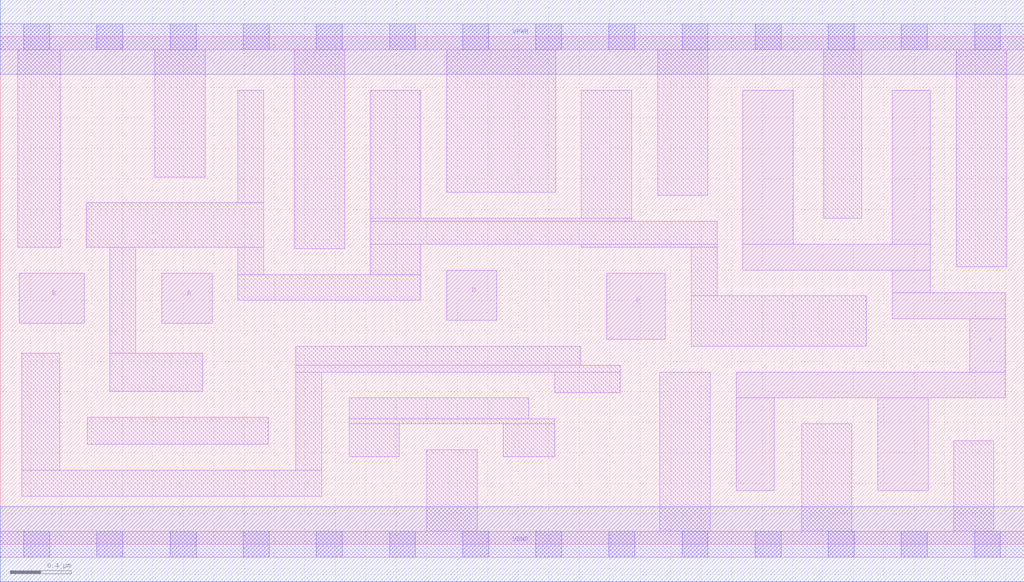
<source format=lef>
# Copyright 2020 The SkyWater PDK Authors
#
# Licensed under the Apache License, Version 2.0 (the "License");
# you may not use this file except in compliance with the License.
# You may obtain a copy of the License at
#
#     https://www.apache.org/licenses/LICENSE-2.0
#
# Unless required by applicable law or agreed to in writing, software
# distributed under the License is distributed on an "AS IS" BASIS,
# WITHOUT WARRANTIES OR CONDITIONS OF ANY KIND, either express or implied.
# See the License for the specific language governing permissions and
# limitations under the License.
#
# SPDX-License-Identifier: Apache-2.0

VERSION 5.5 ;
NAMESCASESENSITIVE ON ;
BUSBITCHARS "[]" ;
DIVIDERCHAR "/" ;
MACRO sky130_fd_sc_ls__and4_4
  CLASS CORE ;
  SOURCE USER ;
  ORIGIN  0.000000  0.000000 ;
  SIZE  6.720000 BY  3.330000 ;
  SYMMETRY X Y ;
  SITE unit ;
  PIN A
    ANTENNAGATEAREA  0.492000 ;
    DIRECTION INPUT ;
    USE SIGNAL ;
    PORT
      LAYER li1 ;
        RECT 1.060000 1.450000 1.390000 1.780000 ;
    END
  END A
  PIN B
    ANTENNAGATEAREA  0.492000 ;
    DIRECTION INPUT ;
    USE SIGNAL ;
    PORT
      LAYER li1 ;
        RECT 0.125000 1.450000 0.550000 1.780000 ;
    END
  END B
  PIN C
    ANTENNAGATEAREA  0.492000 ;
    DIRECTION INPUT ;
    USE SIGNAL ;
    PORT
      LAYER li1 ;
        RECT 3.980000 1.345000 4.365000 1.780000 ;
    END
  END C
  PIN D
    ANTENNAGATEAREA  0.492000 ;
    DIRECTION INPUT ;
    USE SIGNAL ;
    PORT
      LAYER li1 ;
        RECT 2.930000 1.470000 3.260000 1.800000 ;
    END
  END D
  PIN X
    ANTENNADIFFAREA  1.164600 ;
    DIRECTION OUTPUT ;
    USE SIGNAL ;
    PORT
      LAYER li1 ;
        RECT 4.830000 0.350000 5.080000 0.960000 ;
        RECT 4.830000 0.960000 6.595000 1.130000 ;
        RECT 4.875000 1.800000 6.105000 1.970000 ;
        RECT 4.875000 1.970000 5.205000 2.980000 ;
        RECT 5.760000 0.350000 6.090000 0.960000 ;
        RECT 5.855000 1.480000 6.595000 1.650000 ;
        RECT 5.855000 1.650000 6.105000 1.800000 ;
        RECT 5.855000 1.970000 6.105000 2.980000 ;
        RECT 6.365000 1.130000 6.595000 1.480000 ;
    END
  END X
  PIN VGND
    DIRECTION INOUT ;
    SHAPE ABUTMENT ;
    USE GROUND ;
    PORT
      LAYER met1 ;
        RECT 0.000000 -0.245000 6.720000 0.245000 ;
    END
  END VGND
  PIN VNB
    DIRECTION INOUT ;
    USE GROUND ;
    PORT
    END
  END VNB
  PIN VPB
    DIRECTION INOUT ;
    USE POWER ;
    PORT
    END
  END VPB
  PIN VPWR
    DIRECTION INOUT ;
    SHAPE ABUTMENT ;
    USE POWER ;
    PORT
      LAYER met1 ;
        RECT 0.000000 3.085000 6.720000 3.575000 ;
    END
  END VPWR
  OBS
    LAYER li1 ;
      RECT 0.000000 -0.085000 6.720000 0.085000 ;
      RECT 0.000000  3.245000 6.720000 3.415000 ;
      RECT 0.115000  1.950000 0.395000 3.245000 ;
      RECT 0.140000  0.315000 2.110000 0.485000 ;
      RECT 0.140000  0.485000 0.390000 1.255000 ;
      RECT 0.565000  1.950000 1.730000 2.240000 ;
      RECT 0.570000  0.655000 1.760000 0.835000 ;
      RECT 0.720000  1.005000 1.330000 1.255000 ;
      RECT 0.720000  1.255000 0.890000 1.950000 ;
      RECT 1.015000  2.410000 1.345000 3.245000 ;
      RECT 1.560000  1.600000 2.760000 1.770000 ;
      RECT 1.560000  1.770000 1.730000 1.950000 ;
      RECT 1.560000  2.240000 1.730000 2.980000 ;
      RECT 1.930000  1.940000 2.260000 3.245000 ;
      RECT 1.940000  0.485000 2.110000 1.130000 ;
      RECT 1.940000  1.130000 4.070000 1.175000 ;
      RECT 1.940000  1.175000 3.810000 1.300000 ;
      RECT 2.290000  0.575000 2.620000 0.790000 ;
      RECT 2.290000  0.790000 3.640000 0.825000 ;
      RECT 2.290000  0.825000 3.470000 0.960000 ;
      RECT 2.430000  1.770000 2.760000 1.970000 ;
      RECT 2.430000  1.970000 4.705000 2.120000 ;
      RECT 2.430000  2.120000 4.145000 2.140000 ;
      RECT 2.430000  2.140000 2.760000 2.980000 ;
      RECT 2.800000  0.085000 3.130000 0.620000 ;
      RECT 2.930000  2.310000 3.645000 3.245000 ;
      RECT 3.300000  0.575000 3.640000 0.790000 ;
      RECT 3.640000  0.995000 4.070000 1.130000 ;
      RECT 3.815000  1.950000 4.705000 1.970000 ;
      RECT 3.815000  2.140000 4.145000 2.980000 ;
      RECT 4.315000  2.290000 4.645000 3.245000 ;
      RECT 4.330000  0.085000 4.660000 1.130000 ;
      RECT 4.535000  1.300000 5.685000 1.630000 ;
      RECT 4.535000  1.630000 4.705000 1.950000 ;
      RECT 5.260000  0.085000 5.590000 0.790000 ;
      RECT 5.405000  2.140000 5.655000 3.245000 ;
      RECT 6.260000  0.085000 6.520000 0.680000 ;
      RECT 6.275000  1.820000 6.605000 3.245000 ;
    LAYER mcon ;
      RECT 0.155000 -0.085000 0.325000 0.085000 ;
      RECT 0.155000  3.245000 0.325000 3.415000 ;
      RECT 0.635000 -0.085000 0.805000 0.085000 ;
      RECT 0.635000  3.245000 0.805000 3.415000 ;
      RECT 1.115000 -0.085000 1.285000 0.085000 ;
      RECT 1.115000  3.245000 1.285000 3.415000 ;
      RECT 1.595000 -0.085000 1.765000 0.085000 ;
      RECT 1.595000  3.245000 1.765000 3.415000 ;
      RECT 2.075000 -0.085000 2.245000 0.085000 ;
      RECT 2.075000  3.245000 2.245000 3.415000 ;
      RECT 2.555000 -0.085000 2.725000 0.085000 ;
      RECT 2.555000  3.245000 2.725000 3.415000 ;
      RECT 3.035000 -0.085000 3.205000 0.085000 ;
      RECT 3.035000  3.245000 3.205000 3.415000 ;
      RECT 3.515000 -0.085000 3.685000 0.085000 ;
      RECT 3.515000  3.245000 3.685000 3.415000 ;
      RECT 3.995000 -0.085000 4.165000 0.085000 ;
      RECT 3.995000  3.245000 4.165000 3.415000 ;
      RECT 4.475000 -0.085000 4.645000 0.085000 ;
      RECT 4.475000  3.245000 4.645000 3.415000 ;
      RECT 4.955000 -0.085000 5.125000 0.085000 ;
      RECT 4.955000  3.245000 5.125000 3.415000 ;
      RECT 5.435000 -0.085000 5.605000 0.085000 ;
      RECT 5.435000  3.245000 5.605000 3.415000 ;
      RECT 5.915000 -0.085000 6.085000 0.085000 ;
      RECT 5.915000  3.245000 6.085000 3.415000 ;
      RECT 6.395000 -0.085000 6.565000 0.085000 ;
      RECT 6.395000  3.245000 6.565000 3.415000 ;
  END
END sky130_fd_sc_ls__and4_4
END LIBRARY

</source>
